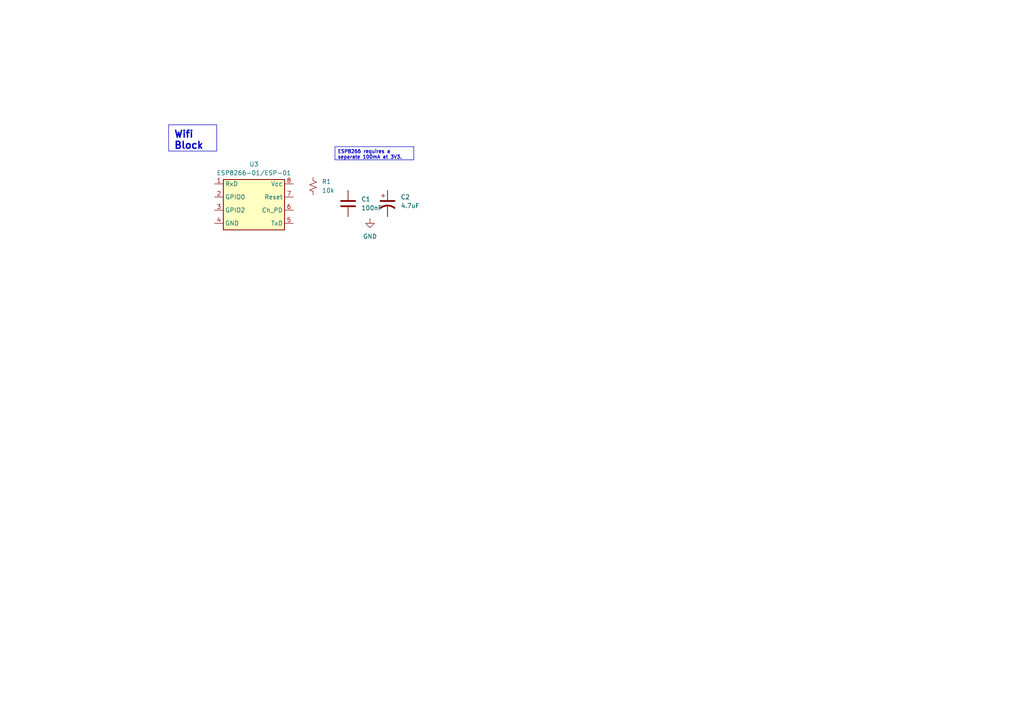
<source format=kicad_sch>
(kicad_sch (version 20231120) (generator "eeschema") (generator_version "8.0")
  (paper "A4")
  (lib_symbols
    (symbol "ECE445L:C" (pin_numbers hide) (pin_names (offset 0.254))
      (property "Reference" "C" (at 0.635 2.54 0))
      (property "Value" "C" (at 0.635 -2.54 0))
      (symbol "C_0_1"
        (polyline (pts (xy -2.032 -0.762) (xy 2.032 -0.762)) (stroke (width 0.508)))
        (polyline (pts (xy -2.032 0.762) (xy 2.032 0.762)) (stroke (width 0.508)))
      )
      (symbol "C_1_1"
        (pin passive line (at 0 3.81 270) (length 2.794) (name "~") (number "1"))
        (pin passive line (at 0 -3.81 90) (length 2.794) (name "~") (number "2"))
      )
    )
    (symbol "ECE445L:C_Polarized" (pin_numbers hide) (pin_names (offset 0.254) hide)
      (property "Reference" "C" (at 0.635 2.54 0))
      (property "Value" "C_Polarized" (at 0.635 -2.54 0))
      (symbol "C_Polarized_0_1"
        (polyline (pts (xy -2.032 0.762) (xy 2.032 0.762)) (stroke (width 0.508)))
        (polyline (pts (xy -1.778 2.286) (xy -0.762 2.286)))
        (polyline (pts (xy -1.27 1.778) (xy -1.27 2.794)))
        (arc (start 2.032 -1.27) (mid 0 -0.5572) (end -2.032 -1.27) (stroke (width 0.508)))
      )
      (symbol "C_Polarized_1_1"
        (pin passive line (at 0 3.81 270) (length 2.794) (name "~") (number "1"))
        (pin passive line (at 0 -3.81 90) (length 3.302) (name "~") (number "2"))
      )
    )
    (symbol "ECE445L:ESP8266-1"
      (property "Reference" "U" (at 0 0 0))
      (property "Value" "ESP8266-1" (at 0 8.255 0))
      (symbol "ESP8266-1_1_1"
        (rectangle (start -8.255 6.985) (end 9.525 -7.62) (stroke (width 0.254)) (fill (type background)))
        (pin passive line (at -10.795 5.715 0) (length 2.54) (name "RxD") (number "1"))
        (pin passive line (at -10.795 1.905 0) (length 2.54) (name "GPIO0") (number "2"))
        (pin passive line (at -10.795 -1.905 0) (length 2.54) (name "GPIO2") (number "3"))
        (pin passive line (at -10.795 -5.715 0) (length 2.54) (name "GND") (number "4"))
        (pin passive line (at 12.065 -5.715 180) (length 2.54) (name "TxD") (number "5"))
        (pin passive line (at 12.065 -1.905 180) (length 2.54) (name "Ch_PD") (number "6"))
        (pin passive line (at 12.065 1.905 180) (length 2.54) (name "Reset") (number "7"))
        (pin passive line (at 12.065 5.715 180) (length 2.54) (name "Vcc") (number "8"))
      )
    )
    (symbol "ECE445L:R_0.125W" (pin_numbers hide) (pin_names (offset 0.254) hide)
      (property "Reference" "R" (at 0.762 0.508 0))
      (property "Value" "R_0.125W" (at 0.762 -1.016 0))
      (symbol "R_0.125W_1_1"
        (polyline (pts (xy 0 0) (xy 1.016 -0.381) (xy 0 -0.762) (xy -1.016 -1.143) (xy 0 -1.524)))
        (polyline (pts (xy 0 1.524) (xy 1.016 1.143) (xy 0 0.762) (xy -1.016 0.381) (xy 0 0)))
        (pin passive line (at 0 2.54 270) (length 1.016) (name "~") (number "1"))
        (pin passive line (at 0 -2.54 90) (length 1.016) (name "~") (number "2"))
      )
    )
    (symbol "power:GND" (power) (pin_numbers hide) (pin_names (offset 0) hide)
      (property "Value" "GND" (at 0 -3.81 0))
      (symbol "GND_0_1"
        (polyline (pts (xy 0 0) (xy 0 -1.27) (xy 1.27 -1.27) (xy 0 -2.54) (xy -1.27 -1.27) (xy 0 -1.27)))
      )
      (symbol "GND_1_1"
        (pin power_in line (at 0 0 270) (length 0) (name "~") (number "1"))
      )
    )
  )
  (text_box "ESP8266 requires a separate 100mA at 3V3." (at 97.155 42.545 0) (size 22.86 3.81) (effects (font (size 1 1) (bold yes)) (justify left top)))
  (text_box "Wifi Block" (at 48.895 36.195 0) (size 13.97 7.62) (effects (font (size 2 2) (thickness 0.4) (bold yes)) (justify left top)))
  (symbol (lib_id "power:GND") (at 107.315 63.5 0) (unit 1)
    (property "Reference" "#PWR09" (effects (hide yes)))
    (property "Value" "GND" (at 107.315 68.58 0))
    (property "Description" "Power symbol creates a global label with name \"GND\" , ground" (effects (hide yes)))
  )
  (symbol (lib_id "ECE445L:C_Polarized") (at 112.395 59.055 0) (unit 1)
    (property "Reference" "C2" (at 116.205 57.1499 0) (effects (justify left)))
    (property "Value" "4.7uF" (at 116.205 59.6899 0) (effects (justify left)))
    (property "Footprint" "ECE445L:CP_Radial_Tantal200mil" (effects (hide yes)))
    (property "Description" "Polarized capacitor, US symbol" (effects (hide yes)))
  )
  (symbol (lib_id "ECE445L:ESP8266-1") (at 73.025 59.055 0) (unit 1)
    (property "Reference" "U3" (at 73.66 47.625 0))
    (property "Value" "ESP8266-01/ESP-01" (at 73.66 50.165 0))
    (property "Footprint" "ECE445L:PinHeader_2x04_P2.54mm_Vertical" (effects (hide yes)))
    (property "Datasheet" "https://www.microchip.ua/wireless/esp01.pdf" (effects (hide yes)))
    (property "Description" "Wifi module" (effects (hide yes)))
    (property "Distributor" "Mouser" (effects (hide yes)))
    (property "Manufacturer" "SparkFun" (effects (hide yes)))
    (property "P/N" "WRL-17146" (effects (hide yes)))
    (property "Cost" "7.50" (effects (hide yes)))
  )
  (symbol (lib_id "ECE445L:R_0.125W") (at 90.805 53.975 0) (unit 1)
    (property "Reference" "R1" (at 93.345 52.7049 0) (effects (justify left)))
    (property "Value" "10k" (at 93.345 55.2449 0) (effects (justify left)))
    (property "Footprint" "ECE445L:R_Axial_DIN0204_L3.6mm_D1.6mm_P7.62mm_Horizontal" (effects (hide yes)))
    (property "Datasheet" "https://users.ece.utexas.edu/~valvano/mspm0/CarbonFilmresistors.pdf" (effects (hide yes)))
    (property "Description" "Resistor, small US symbol" (effects (hide yes)))
  )
  (symbol (lib_id "ECE445L:C") (at 100.965 59.055 0) (unit 1)
    (property "Reference" "C1" (at 104.775 57.7849 0) (effects (justify left)))
    (property "Value" "100nF" (at 104.775 60.3249 0) (effects (justify left)))
    (property "Footprint" "ECE445L:C_Axial_200mil" (effects (hide yes)))
    (property "Description" "Unpolarized capacitor" (effects (hide yes)))
  )
)
</source>
